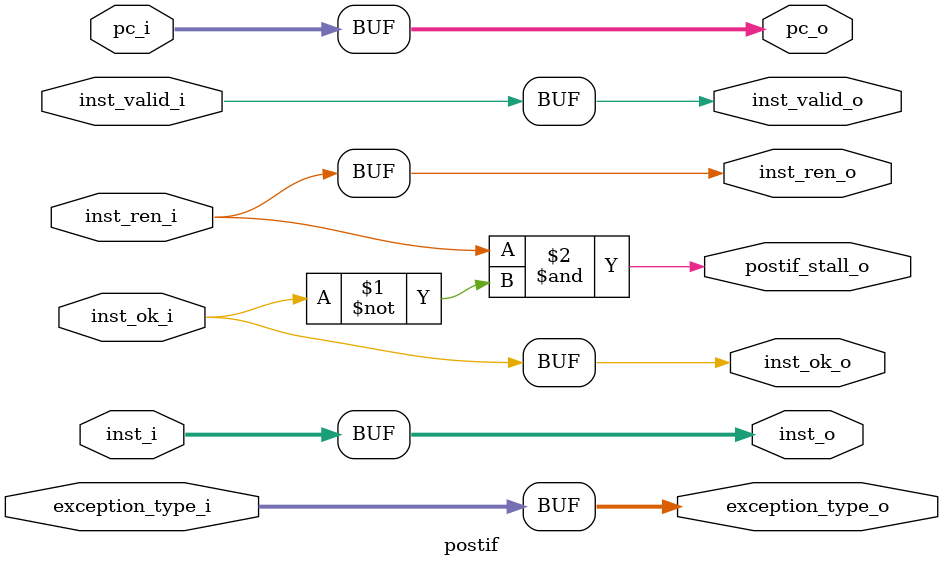
<source format=v>

module postif (
    input [31:0] pc_i,
    input [31:0] inst_i,
    input [31:0] exception_type_i,
    input        inst_ren_i,
    input        inst_ok_i,
    input        inst_valid_i,

    output [31:0] pc_o,
    output [31:0] inst_o,
    output [31:0] exception_type_o,
    output        postif_stall_o,
    output        inst_ren_o,
    output        inst_ok_o,
    output        inst_valid_o
);

    assign pc_o             = pc_i;
    assign inst_o           = inst_i;
    assign exception_type_o = exception_type_i;
    assign postif_stall_o   = inst_ren_i & ~inst_ok_i;  // if exist request and no reply, then stall
    assign inst_ren_o       = inst_ren_i;
    assign inst_ok_o        = inst_ok_i;
    assign inst_valid_o     = inst_valid_i;

endmodule

</source>
